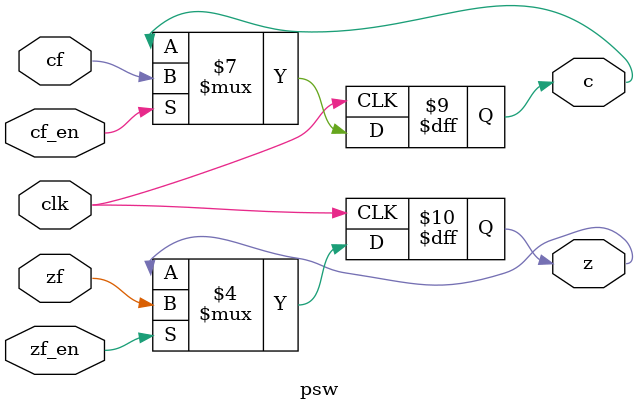
<source format=v>
module psw (
    input clk,cf_en,zf_en,
    input cf,zf,
    output reg c,z
);

initial 
    begin c=1'b0;z=1'b0;
    end

always @(negedge clk) begin
    if(cf_en)begin
        c<=cf;
    end
    else begin
        c<=c;
    end
    if(zf_en)begin
        z<=zf;
    end
    else begin
        z<=z;
    end
end
endmodule
</source>
